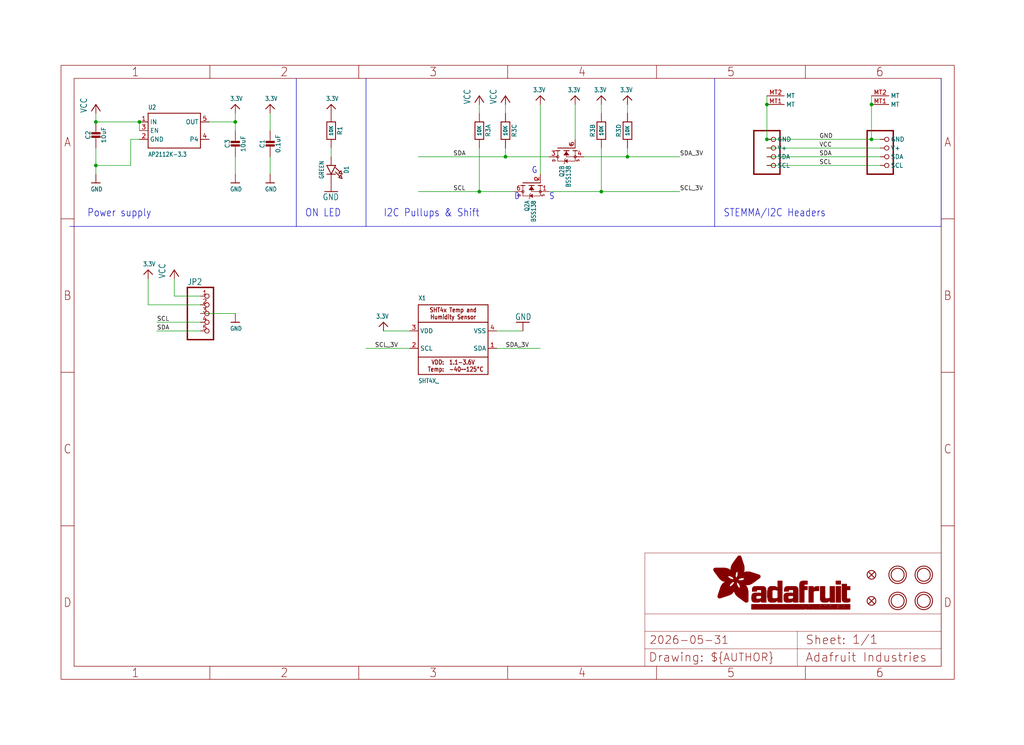
<source format=kicad_sch>
(kicad_sch (version 20230121) (generator eeschema)
  (paper "User" 298.45 217.322)
  (lib_symbols
    (symbol "working-eagle-import:3.3V" (power)
      (property "Value" "3.3V" (at -1.524 1.016 0))
      (symbol "3.3V_1_0"
        (pin power_in line (at 0 -2.54 90) (length 2.54) (name "3.3V") (number "1"))
      )
    )
    (symbol "working-eagle-import:CAP_CERAMIC0603_NO"
      (property "Reference" "C" (at -2.29 1.25 90))
      (symbol "CAP_CERAMIC0603_NO_1_0"
        (pin passive line (at 0 5.08 270) (length 2.54) (name "1") (number "1"))
        (pin passive line (at 0 -2.54 90) (length 2.54) (name "2") (number "2"))
      )
    )
    (symbol "working-eagle-import:CAP_CERAMIC0805-NOOUTLINE"
      (property "Reference" "C" (at -2.29 1.25 90))
      (symbol "CAP_CERAMIC0805-NOOUTLINE_1_0"
        (pin passive line (at 0 5.08 270) (length 2.54) (name "1") (number "1"))
        (pin passive line (at 0 -2.54 90) (length 2.54) (name "2") (number "2"))
      )
    )
    (symbol "working-eagle-import:FIDUCIAL_1MM")
    (symbol "working-eagle-import:FRAME_A4_ADAFRUIT"
      (symbol "FRAME_A4_ADAFRUIT_1_0"
        (text "${#}/${##}" (at 230.505 10.16 0) (effects (font (size 2.54 2.54)) (justify left bottom)))
        (text "${AUTHOR}" (at 189.23 5.08 0) (effects (font (size 2.286 2.286)) (justify left bottom)))
        (text "${CURRENT_DATE}" (at 171.45 10.16 0) (effects (font (size 2.286 2.286)) (justify left bottom)))
        (text "${PROJECTNAME}" (at 171.45 15.24 0) (effects (font (size 2.54 2.54)) (justify left bottom)))
        (text "1" (at 21.6958 1.905 0) (effects (font (size 2.54 2.286))))
        (text "1" (at 21.6958 177.165 0) (effects (font (size 2.54 2.286))))
        (text "2" (at 65.0875 1.905 0) (effects (font (size 2.54 2.286))))
        (text "2" (at 65.0875 177.165 0) (effects (font (size 2.54 2.286))))
        (text "3" (at 108.4792 1.905 0) (effects (font (size 2.54 2.286))))
        (text "3" (at 108.4792 177.165 0) (effects (font (size 2.54 2.286))))
        (text "4" (at 151.8708 1.905 0) (effects (font (size 2.54 2.286))))
        (text "4" (at 151.8708 177.165 0) (effects (font (size 2.54 2.286))))
        (text "5" (at 195.2625 1.905 0) (effects (font (size 2.54 2.286))))
        (text "5" (at 195.2625 177.165 0) (effects (font (size 2.54 2.286))))
        (text "6" (at 238.6542 1.905 0) (effects (font (size 2.54 2.286))))
        (text "6" (at 238.6542 177.165 0) (effects (font (size 2.54 2.286))))
        (text "A" (at 1.905 156.6863 0) (effects (font (size 2.54 2.286))))
        (text "A" (at 258.445 156.6863 0) (effects (font (size 2.54 2.286))))
        (text "Adafruit Industries" (at 216.916 4.953 0) (effects (font (size 2.54 2.54)) (justify left bottom)))
        (text "B" (at 1.905 111.9188 0) (effects (font (size 2.54 2.286))))
        (text "B" (at 258.445 111.9188 0) (effects (font (size 2.54 2.286))))
        (text "C" (at 1.905 67.1513 0) (effects (font (size 2.54 2.286))))
        (text "C" (at 258.445 67.1513 0) (effects (font (size 2.54 2.286))))
        (text "D" (at 1.905 22.3838 0) (effects (font (size 2.54 2.286))))
        (text "D" (at 258.445 22.3838 0) (effects (font (size 2.54 2.286))))
        (text "Drawing:" (at 171.196 4.953 0) (effects (font (size 2.54 2.54)) (justify left bottom)))
        (text "Sheet:" (at 216.916 10.033 0) (effects (font (size 2.54 2.54)) (justify left bottom)))
      )
    )
    (symbol "working-eagle-import:GND" (power)
      (property "Value" "GND" (at -1.524 -2.54 0))
      (symbol "GND_1_0"
        (pin power_in line (at 0 2.54 270) (length 2.54) (name "GND") (number "1"))
      )
    )
    (symbol "working-eagle-import:HEADER-1X570MIL"
      (property "Reference" "JP" (at -6.35 8.255 0))
      (symbol "HEADER-1X570MIL_1_0"
        (pin passive inverted (at -2.54 5.08 0) (length 2.54) (name "1") (number "1"))
        (pin passive inverted (at -2.54 2.54 0) (length 2.54) (name "2") (number "2"))
        (pin passive inverted (at -2.54 0 0) (length 2.54) (name "3") (number "3"))
        (pin passive inverted (at -2.54 -2.54 0) (length 2.54) (name "4") (number "4"))
        (pin passive inverted (at -2.54 -5.08 0) (length 2.54) (name "5") (number "5"))
      )
    )
    (symbol "working-eagle-import:LED0603_NOOUTLINE"
      (property "Reference" "D" (at -1.27 4.445 0))
      (symbol "LED0603_NOOUTLINE_1_0"
        (pin passive line (at -5.08 0 0) (length 2.54) (name "A") (number "A"))
        (pin passive line (at 2.54 0 180) (length 2.54) (name "C") (number "C"))
      )
    )
    (symbol "working-eagle-import:MOSFET-N_DUAL"
      (property "Reference" "Q" (at 5.08 0.635 0))
      (symbol "MOSFET-N_DUAL_1_0"
        (text "D" (at 3.175 3.175 0) (effects (font (size 0.8128 0.6908)) (justify left bottom)))
        (text "G" (at -1.27 -1.905 0) (effects (font (size 0.8128 0.6908)) (justify left bottom)))
        (text "S" (at 3.175 -3.81 0) (effects (font (size 0.8128 0.6908)) (justify left bottom)))
        (pin bidirectional line (at 2.54 -5.08 90) (length 2.54) (name "S") (number "1"))
        (pin bidirectional line (at -2.54 -2.54 0) (length 2.54) (name "G") (number "2"))
        (pin bidirectional line (at 2.54 5.08 270) (length 2.54) (name "D") (number "6"))
      )
      (symbol "MOSFET-N_DUAL_2_0"
        (text "D" (at 3.175 3.175 0) (effects (font (size 0.8128 0.6908)) (justify left bottom)))
        (text "G" (at -1.27 -1.905 0) (effects (font (size 0.8128 0.6908)) (justify left bottom)))
        (text "S" (at 3.175 -3.81 0) (effects (font (size 0.8128 0.6908)) (justify left bottom)))
        (pin bidirectional line (at 2.54 5.08 270) (length 2.54) (name "D") (number "3"))
        (pin bidirectional line (at 2.54 -5.08 90) (length 2.54) (name "S") (number "4"))
        (pin bidirectional line (at -2.54 -2.54 0) (length 2.54) (name "G") (number "5"))
      )
    )
    (symbol "working-eagle-import:MOUNTINGHOLE2.5")
    (symbol "working-eagle-import:RESISTOR_0603_NOOUT"
      (property "Reference" "R" (at 0 2.54 0))
      (symbol "RESISTOR_0603_NOOUT_1_0"
        (pin passive line (at -5.08 0 0) (length 2.54) (name "1") (number "1"))
        (pin passive line (at 5.08 0 180) (length 2.54) (name "2") (number "2"))
      )
    )
    (symbol "working-eagle-import:RESISTOR_4PACK"
      (property "Reference" "R" (at 0 2.54 0))
      (symbol "RESISTOR_4PACK_1_0"
        (pin passive line (at -5.08 0 0) (length 2.54) (name "1") (number "1"))
        (pin passive line (at 5.08 0 180) (length 2.54) (name "2") (number "8"))
      )
      (symbol "RESISTOR_4PACK_2_0"
        (pin passive line (at -5.08 0 0) (length 2.54) (name "1") (number "2"))
        (pin passive line (at 5.08 0 180) (length 2.54) (name "2") (number "7"))
      )
      (symbol "RESISTOR_4PACK_3_0"
        (pin passive line (at -5.08 0 0) (length 2.54) (name "1") (number "3"))
        (pin passive line (at 5.08 0 180) (length 2.54) (name "2") (number "6"))
      )
      (symbol "RESISTOR_4PACK_4_0"
        (pin passive line (at -5.08 0 0) (length 2.54) (name "1") (number "4"))
        (pin passive line (at 5.08 0 180) (length 2.54) (name "2") (number "5"))
      )
    )
    (symbol "working-eagle-import:SHT4X_"
      (property "Reference" "X" (at -10.16 11.43 0))
      (symbol "SHT4X__1_0"
        (text "1.1-3.6V\n-40~~125°C" (at -1.27 -7.62 0) (effects (font (size 1.27 1.0795) (thickness 0.2159) bold) (justify left)))
        (text "SHT4x Temp and\nHumidity Sensor" (at 0 7.62 0) (effects (font (size 1.27 1.0795) (thickness 0.2159) bold)))
        (text "VDD:\nTemp:" (at -2.54 -7.62 0) (effects (font (size 1.27 1.0795) (thickness 0.2159) bold) (justify right)))
        (pin bidirectional line (at 12.7 -2.54 180) (length 2.54) (name "SDA") (number "1"))
        (pin bidirectional line (at -12.7 -2.54 0) (length 2.54) (name "SCL") (number "2"))
        (pin power_in line (at -12.7 2.54 0) (length 2.54) (name "VDD") (number "3"))
        (pin power_in line (at 12.7 2.54 180) (length 2.54) (name "VSS") (number "4"))
      )
    )
    (symbol "working-eagle-import:STEMMA_I2C_QT"
      (symbol "STEMMA_I2C_QT_1_0"
        (pin passive inverted (at 0 5.08 0) (length 2.54) (name "GND") (number "1"))
        (pin passive inverted (at 0 2.54 0) (length 2.54) (name "V+") (number "2"))
        (pin passive inverted (at 0 0 0) (length 2.54) (name "SDA") (number "3"))
        (pin passive inverted (at 0 -2.54 0) (length 2.54) (name "SCL") (number "4"))
      )
      (symbol "STEMMA_I2C_QT_2_0"
        (pin bidirectional line (at 0 0 0) (length 5.08) (name "MT") (number "MT1"))
      )
      (symbol "STEMMA_I2C_QT_3_0"
        (pin bidirectional line (at 0 0 0) (length 5.08) (name "MT") (number "MT2"))
      )
    )
    (symbol "working-eagle-import:VCC" (power)
      (property "Value" "VCC" (at -2.54 -2.54 90))
      (symbol "VCC_1_0"
        (pin power_in line (at 0 -2.54 90) (length 2.54) (name "VCC") (number "1"))
      )
    )
    (symbol "working-eagle-import:VREG_SOT23-5"
      (property "Reference" "U" (at -7.62 6.096 0))
      (symbol "VREG_SOT23-5_1_0"
        (pin power_in line (at -10.16 2.54 0) (length 2.54) (name "IN") (number "1"))
        (pin power_in line (at -10.16 -2.54 0) (length 2.54) (name "GND") (number "2"))
        (pin input line (at -10.16 0 0) (length 2.54) (name "EN") (number "3"))
        (pin bidirectional line (at 10.16 -2.54 180) (length 2.54) (name "P4") (number "4"))
        (pin power_in line (at 10.16 2.54 180) (length 2.54) (name "OUT") (number "5"))
      )
    )
    (symbol "working-eagle-import:supply1_GND" (power)
      (property "Value" "supply1_GND" (at -2.54 -2.54 0))
      (symbol "supply1_GND_1_0"
        (pin power_in line (at 0 2.54 270) (length 2.54) (name "GND") (number "1"))
      )
    )
  )
  (junction (at 68.58 35.56))
  (junction (at 27.94 35.56))
  (junction (at 27.94 48.26))
  (junction (at 223.52 40.64))
  (junction (at 254 30.48))
  (junction (at 254 40.64))
  (junction (at 40.64 35.56))
  (junction (at 175.26 55.88))
  (junction (at 147.32 45.72))
  (junction (at 223.52 30.48))
  (junction (at 139.7 55.88))
  (junction (at 182.88 45.72))
  (wire (pts (xy 27.94 33.02) (xy 27.94 35.56)) (stroke (width 0.1524)))
  (wire (pts (xy 58.42 91.44) (xy 68.58 91.44)) (stroke (width 0.1524)))
  (polyline (pts (xy 86.36 66.04) (xy 106.68 66.04)) (stroke (width 0.1524) (type solid)))
  (wire (pts (xy 43.18 88.9) (xy 43.18 81.28)) (stroke (width 0.1524)))
  (polyline (pts (xy 208.28 66.04) (xy 274.32 66.04)) (stroke (width 0.1524) (type solid)))
  (wire (pts (xy 182.88 43.18) (xy 182.88 45.72)) (stroke (width 0.1524)))
  (wire (pts (xy 58.42 93.98) (xy 45.72 93.98)) (stroke (width 0.1524)))
  (wire (pts (xy 139.7 43.18) (xy 139.7 55.88)) (stroke (width 0.1524)))
  (wire (pts (xy 50.8 86.36) (xy 50.8 81.28)) (stroke (width 0.1524)))
  (wire (pts (xy 223.52 30.48) (xy 223.52 40.64)) (stroke (width 0.1524)))
  (polyline (pts (xy 274.32 22.86) (xy 274.32 66.04)) (stroke (width 0.1524) (type solid)))
  (wire (pts (xy 40.64 35.56) (xy 27.94 35.56)) (stroke (width 0.1524)))
  (wire (pts (xy 78.74 45.72) (xy 78.74 50.8)) (stroke (width 0.1524)))
  (wire (pts (xy 68.58 45.72) (xy 68.58 50.8)) (stroke (width 0.1524)))
  (wire (pts (xy 38.1 40.64) (xy 38.1 48.26)) (stroke (width 0.1524)))
  (polyline (pts (xy 208.28 22.86) (xy 208.28 66.04)) (stroke (width 0.1524) (type solid)))
  (polyline (pts (xy 106.68 22.86) (xy 106.68 66.04)) (stroke (width 0.1524) (type solid)))
  (wire (pts (xy 27.94 48.26) (xy 27.94 43.18)) (stroke (width 0.1524)))
  (wire (pts (xy 144.78 101.6) (xy 157.48 101.6)) (stroke (width 0.1524)))
  (wire (pts (xy 256.54 45.72) (xy 223.52 45.72)) (stroke (width 0.1524)))
  (wire (pts (xy 160.02 55.88) (xy 175.26 55.88)) (stroke (width 0.1524)))
  (wire (pts (xy 149.86 55.88) (xy 139.7 55.88)) (stroke (width 0.1524)))
  (wire (pts (xy 147.32 43.18) (xy 147.32 45.72)) (stroke (width 0.1524)))
  (wire (pts (xy 223.52 43.18) (xy 256.54 43.18)) (stroke (width 0.1524)))
  (wire (pts (xy 175.26 33.02) (xy 175.26 30.48)) (stroke (width 0.1524)))
  (polyline (pts (xy 86.36 22.86) (xy 86.36 66.04)) (stroke (width 0.1524) (type solid)))
  (polyline (pts (xy 20.32 66.04) (xy 86.36 66.04)) (stroke (width 0.1524) (type solid)))
  (wire (pts (xy 254 27.94) (xy 254 30.48)) (stroke (width 0.1524)))
  (wire (pts (xy 147.32 45.72) (xy 121.92 45.72)) (stroke (width 0.1524)))
  (wire (pts (xy 147.32 33.02) (xy 147.32 30.48)) (stroke (width 0.1524)))
  (wire (pts (xy 111.76 96.52) (xy 119.38 96.52)) (stroke (width 0.1524)))
  (wire (pts (xy 223.52 27.94) (xy 223.52 30.48)) (stroke (width 0.1524)))
  (wire (pts (xy 256.54 40.64) (xy 254 40.64)) (stroke (width 0.1524)))
  (wire (pts (xy 160.02 45.72) (xy 147.32 45.72)) (stroke (width 0.1524)))
  (wire (pts (xy 119.38 101.6) (xy 106.68 101.6)) (stroke (width 0.1524)))
  (wire (pts (xy 223.52 48.26) (xy 256.54 48.26)) (stroke (width 0.1524)))
  (wire (pts (xy 60.96 35.56) (xy 68.58 35.56)) (stroke (width 0.1524)))
  (wire (pts (xy 27.94 48.26) (xy 27.94 50.8)) (stroke (width 0.1524)))
  (wire (pts (xy 58.42 86.36) (xy 50.8 86.36)) (stroke (width 0.1524)))
  (wire (pts (xy 175.26 55.88) (xy 198.12 55.88)) (stroke (width 0.1524)))
  (wire (pts (xy 40.64 38.1) (xy 40.64 35.56)) (stroke (width 0.1524)))
  (wire (pts (xy 58.42 96.52) (xy 45.72 96.52)) (stroke (width 0.1524)))
  (polyline (pts (xy 106.68 66.04) (xy 208.28 66.04)) (stroke (width 0.1524) (type solid)))
  (wire (pts (xy 254 40.64) (xy 223.52 40.64)) (stroke (width 0.1524)))
  (wire (pts (xy 157.48 50.8) (xy 157.48 30.48)) (stroke (width 0.1524)))
  (wire (pts (xy 152.4 96.52) (xy 144.78 96.52)) (stroke (width 0.1524)))
  (wire (pts (xy 170.18 45.72) (xy 182.88 45.72)) (stroke (width 0.1524)))
  (wire (pts (xy 254 30.48) (xy 254 40.64)) (stroke (width 0.1524)))
  (wire (pts (xy 96.52 45.72) (xy 96.52 43.18)) (stroke (width 0.1524)))
  (wire (pts (xy 68.58 35.56) (xy 68.58 38.1)) (stroke (width 0.1524)))
  (wire (pts (xy 58.42 88.9) (xy 43.18 88.9)) (stroke (width 0.1524)))
  (wire (pts (xy 78.74 33.02) (xy 78.74 38.1)) (stroke (width 0.1524)))
  (wire (pts (xy 167.64 40.64) (xy 167.64 30.48)) (stroke (width 0.1524)))
  (wire (pts (xy 182.88 33.02) (xy 182.88 30.48)) (stroke (width 0.1524)))
  (wire (pts (xy 38.1 48.26) (xy 27.94 48.26)) (stroke (width 0.1524)))
  (wire (pts (xy 139.7 55.88) (xy 121.92 55.88)) (stroke (width 0.1524)))
  (wire (pts (xy 68.58 35.56) (xy 68.58 33.02)) (stroke (width 0.1524)))
  (wire (pts (xy 139.7 30.48) (xy 139.7 33.02)) (stroke (width 0.1524)))
  (wire (pts (xy 40.64 40.64) (xy 38.1 40.64)) (stroke (width 0.1524)))
  (wire (pts (xy 182.88 45.72) (xy 198.12 45.72)) (stroke (width 0.1524)))
  (wire (pts (xy 175.26 43.18) (xy 175.26 55.88)) (stroke (width 0.1524)))
  (text "D" (at 149.86 58.42 0) (effects (font (size 1.778 1.5113)) (justify left bottom)))
  (text "S" (at 160.02 58.42 0) (effects (font (size 1.778 1.5113)) (justify left bottom)))
  (text "STEMMA/I2C Headers" (at 210.82 63.5 0) (effects (font (size 2.1844 1.8567)) (justify left bottom)))
  (text "I2C Pullups & Shift" (at 111.76 63.5 0) (effects (font (size 2.1844 1.8567)) (justify left bottom)))
  (text "Power supply" (at 25.4 63.5 0) (effects (font (size 2.1844 1.8567)) (justify left bottom)))
  (text "ON LED" (at 88.9 63.5 0) (effects (font (size 2.1844 1.8567)) (justify left bottom)))
  (text "G" (at 154.94 50.8 0) (effects (font (size 1.778 1.5113)) (justify left bottom)))
  (label "SDA" (at 132.08 45.72 0) (effects (font (size 1.2446 1.2446))))
  (label "SCL" (at 238.76 48.26 0) (effects (font (size 1.2446 1.2446))))
  (label "SDA" (at 45.72 96.52 0) (effects (font (size 1.2446 1.2446))))
  (label "SCL" (at 132.08 55.88 0) (effects (font (size 1.2446 1.2446))))
  (label "VCC" (at 238.76 43.18 0) (effects (font (size 1.2446 1.2446))))
  (label "SCL_3V" (at 198.12 55.88 0) (effects (font (size 1.2446 1.2446))))
  (label "GND" (at 238.76 40.64 0) (effects (font (size 1.2446 1.2446))))
  (label "SCL_3V" (at 109.22 101.6 0) (effects (font (size 1.2446 1.2446))))
  (label "SDA_3V" (at 147.32 101.6 0) (effects (font (size 1.2446 1.2446))))
  (label "SDA_3V" (at 198.12 45.72 0) (effects (font (size 1.2446 1.2446))))
  (label "SCL" (at 45.72 93.98 0) (effects (font (size 1.2446 1.2446))))
  (label "SDA" (at 238.76 45.72 0) (effects (font (size 1.2446 1.2446))))
  (symbol (lib_id "working-eagle-import:3.3V") (at 167.64 27.94 0) (mirror y) (unit 1)
    (property "Reference" "#U$23" (effects hide))
    (property "Value" "3.3V" (at 169.164 26.924 0) (effects (font (size 1.27 1.0795)) (justify left bottom)))
  )
  (symbol (lib_id "working-eagle-import:FIDUCIAL_1MM") (at 254 175.26 0) (unit 1)
    (property "Reference" "FID3" (effects hide))
    (property "Value" "FIDUCIAL_1MM" (effects hide))
    (property "Footprint" "working:FIDUCIAL_1MM" (effects hide))
  )
  (symbol (lib_id "working-eagle-import:supply1_GND") (at 96.52 55.88 0) (unit 1)
    (property "Reference" "#GND6" (effects hide))
    (property "Value" "GND" (at 93.98 58.42 0) (effects (font (size 1.778 1.5113)) (justify left bottom)))
  )
  (symbol (lib_id "working-eagle-import:STEMMA_I2C_QT") (at 254 30.48 0) (unit 2)
    (property "Reference" "CONN4" (effects hide))
    (property "Value" "STEMMA_I2C_QT" (effects hide))
    (property "Footprint" "working:JST_SH4" (effects hide))
  )
  (symbol (lib_id "working-eagle-import:GND") (at 78.74 53.34 0) (unit 1)
    (property "Reference" "#U$6" (effects hide))
    (property "Value" "GND" (at 77.216 55.88 0) (effects (font (size 1.27 1.0795)) (justify left bottom)))
  )
  (symbol (lib_id "working-eagle-import:MOUNTINGHOLE2.5") (at 269.24 175.26 0) (unit 1)
    (property "Reference" "U$21" (effects hide))
    (property "Value" "MOUNTINGHOLE2.5" (effects hide))
    (property "Footprint" "working:MOUNTINGHOLE_2.5_PLATED" (effects hide))
  )
  (symbol (lib_id "working-eagle-import:STEMMA_I2C_QT") (at 223.52 30.48 0) (unit 2)
    (property "Reference" "CONN3" (effects hide))
    (property "Value" "STEMMA_I2C_QT" (effects hide))
    (property "Footprint" "working:JST_SH4" (effects hide))
  )
  (symbol (lib_id "working-eagle-import:RESISTOR_4PACK") (at 182.88 38.1 90) (mirror x) (unit 4)
    (property "Reference" "R3" (at 180.34 38.1 0))
    (property "Value" "10K" (at 182.88 38.1 0) (effects (font (size 1.016 1.016) bold)))
    (property "Footprint" "working:RESPACK_4X0603" (effects hide))
  )
  (symbol (lib_id "working-eagle-import:CAP_CERAMIC0805-NOOUTLINE") (at 27.94 40.64 0) (unit 1)
    (property "Reference" "C2" (at 25.65 39.39 90))
    (property "Value" "10uF" (at 30.24 39.39 90))
    (property "Footprint" "working:0805-NO" (effects hide))
  )
  (symbol (lib_id "working-eagle-import:FIDUCIAL_1MM") (at 254 167.64 0) (unit 1)
    (property "Reference" "FID4" (effects hide))
    (property "Value" "FIDUCIAL_1MM" (effects hide))
    (property "Footprint" "working:FIDUCIAL_1MM" (effects hide))
  )
  (symbol (lib_id "working-eagle-import:CAP_CERAMIC0603_NO") (at 78.74 43.18 0) (unit 1)
    (property "Reference" "C1" (at 76.45 41.93 90))
    (property "Value" "0.1uF" (at 81.04 41.93 90))
    (property "Footprint" "working:0603-NO" (effects hide))
  )
  (symbol (lib_id "working-eagle-import:3.3V") (at 182.88 27.94 0) (mirror y) (unit 1)
    (property "Reference" "#U$7" (effects hide))
    (property "Value" "3.3V" (at 184.404 26.924 0) (effects (font (size 1.27 1.0795)) (justify left bottom)))
  )
  (symbol (lib_id "working-eagle-import:3.3V") (at 68.58 30.48 0) (unit 1)
    (property "Reference" "#U$15" (effects hide))
    (property "Value" "3.3V" (at 67.056 29.464 0) (effects (font (size 1.27 1.0795)) (justify left bottom)))
  )
  (symbol (lib_id "working-eagle-import:3.3V") (at 43.18 78.74 0) (unit 1)
    (property "Reference" "#U$16" (effects hide))
    (property "Value" "3.3V" (at 41.656 77.724 0) (effects (font (size 1.27 1.0795)) (justify left bottom)))
  )
  (symbol (lib_id "working-eagle-import:HEADER-1X570MIL") (at 60.96 91.44 0) (unit 1)
    (property "Reference" "JP2" (at 54.61 83.185 0) (effects (font (size 1.778 1.5113)) (justify left bottom)))
    (property "Value" "HEADER-1X570MIL" (effects hide))
    (property "Footprint" "working:1X05_ROUND_70" (effects hide))
  )
  (symbol (lib_id "working-eagle-import:MOSFET-N_DUAL") (at 154.94 53.34 90) (mirror x) (unit 1)
    (property "Reference" "Q2" (at 154.305 58.42 0) (effects (font (size 1.27 1.0795)) (justify left bottom)))
    (property "Value" "BSS138" (at 156.21 58.42 0) (effects (font (size 1.27 1.0795)) (justify left bottom)))
    (property "Footprint" "working:SOT363" (effects hide))
  )
  (symbol (lib_id "working-eagle-import:VCC") (at 147.32 27.94 0) (unit 1)
    (property "Reference" "#P+2" (effects hide))
    (property "Value" "VCC" (at 144.78 30.48 90) (effects (font (size 1.778 1.5113)) (justify left bottom)))
  )
  (symbol (lib_id "working-eagle-import:GND") (at 68.58 93.98 0) (unit 1)
    (property "Reference" "#U$10" (effects hide))
    (property "Value" "GND" (at 67.056 96.52 0) (effects (font (size 1.27 1.0795)) (justify left bottom)))
  )
  (symbol (lib_id "working-eagle-import:3.3V") (at 111.76 93.98 0) (mirror y) (unit 1)
    (property "Reference" "#U$2" (effects hide))
    (property "Value" "3.3V" (at 113.284 92.964 0) (effects (font (size 1.27 1.0795)) (justify left bottom)))
  )
  (symbol (lib_id "working-eagle-import:MOUNTINGHOLE2.5") (at 261.62 167.64 0) (unit 1)
    (property "Reference" "U$17" (effects hide))
    (property "Value" "MOUNTINGHOLE2.5" (effects hide))
    (property "Footprint" "working:MOUNTINGHOLE_2.5_PLATED" (effects hide))
  )
  (symbol (lib_id "working-eagle-import:FRAME_A4_ADAFRUIT") (at 17.78 198.12 0) (unit 1)
    (property "Reference" "#U$18" (effects hide))
    (property "Value" "FRAME_A4_ADAFRUIT" (effects hide))
  )
  (symbol (lib_id "working-eagle-import:3.3V") (at 157.48 27.94 0) (mirror y) (unit 1)
    (property "Reference" "#U$26" (effects hide))
    (property "Value" "3.3V" (at 159.004 26.924 0) (effects (font (size 1.27 1.0795)) (justify left bottom)))
  )
  (symbol (lib_id "working-eagle-import:RESISTOR_4PACK") (at 175.26 38.1 90) (mirror x) (unit 2)
    (property "Reference" "R3" (at 172.72 38.1 0))
    (property "Value" "10K" (at 175.26 38.1 0) (effects (font (size 1.016 1.016) bold)))
    (property "Footprint" "working:RESPACK_4X0603" (effects hide))
  )
  (symbol (lib_id "working-eagle-import:GND") (at 27.94 53.34 0) (unit 1)
    (property "Reference" "#U$13" (effects hide))
    (property "Value" "GND" (at 26.416 55.88 0) (effects (font (size 1.27 1.0795)) (justify left bottom)))
  )
  (symbol (lib_id "working-eagle-import:GND") (at 68.58 53.34 0) (unit 1)
    (property "Reference" "#U$5" (effects hide))
    (property "Value" "GND" (at 67.056 55.88 0) (effects (font (size 1.27 1.0795)) (justify left bottom)))
  )
  (symbol (lib_id "working-eagle-import:RESISTOR_4PACK") (at 139.7 38.1 270) (unit 1)
    (property "Reference" "R3" (at 142.24 38.1 0))
    (property "Value" "10K" (at 139.7 38.1 0) (effects (font (size 1.016 1.016) bold)))
    (property "Footprint" "working:RESPACK_4X0603" (effects hide))
  )
  (symbol (lib_id "working-eagle-import:SHT4X_") (at 132.08 99.06 0) (unit 1)
    (property "Reference" "X1" (at 121.92 87.63 0) (effects (font (size 1.27 1.0795)) (justify left bottom)))
    (property "Value" "SHT4X_" (at 121.92 111.76 0) (effects (font (size 1.27 1.0795)) (justify left bottom)))
    (property "Footprint" "working:SHT4X" (effects hide))
  )
  (symbol (lib_id "working-eagle-import:STEMMA_I2C_QT") (at 223.52 45.72 0) (unit 1)
    (property "Reference" "CONN3" (effects hide))
    (property "Value" "STEMMA_I2C_QT" (effects hide))
    (property "Footprint" "working:JST_SH4" (effects hide))
  )
  (symbol (lib_id "working-eagle-import:supply1_GND") (at 152.4 93.98 180) (unit 1)
    (property "Reference" "#GND1" (effects hide))
    (property "Value" "GND" (at 154.94 91.44 0) (effects (font (size 1.778 1.5113)) (justify left bottom)))
  )
  (symbol (lib_id "working-eagle-import:MOUNTINGHOLE2.5") (at 269.24 167.64 0) (unit 1)
    (property "Reference" "U$19" (effects hide))
    (property "Value" "MOUNTINGHOLE2.5" (effects hide))
    (property "Footprint" "working:MOUNTINGHOLE_2.5_PLATED" (effects hide))
  )
  (symbol (lib_id "working-eagle-import:3.3V") (at 96.52 30.48 0) (unit 1)
    (property "Reference" "#U$3" (effects hide))
    (property "Value" "3.3V" (at 94.996 29.464 0) (effects (font (size 1.27 1.0795)) (justify left bottom)))
  )
  (symbol (lib_id "working-eagle-import:STEMMA_I2C_QT") (at 254 27.94 0) (unit 3)
    (property "Reference" "CONN4" (effects hide))
    (property "Value" "STEMMA_I2C_QT" (effects hide))
    (property "Footprint" "working:JST_SH4" (effects hide))
  )
  (symbol (lib_id "working-eagle-import:MOSFET-N_DUAL") (at 165.1 43.18 90) (mirror x) (unit 2)
    (property "Reference" "Q2" (at 164.465 48.26 0) (effects (font (size 1.27 1.0795)) (justify left bottom)))
    (property "Value" "BSS138" (at 166.37 48.26 0) (effects (font (size 1.27 1.0795)) (justify left bottom)))
    (property "Footprint" "working:SOT363" (effects hide))
  )
  (symbol (lib_id "working-eagle-import:VCC") (at 27.94 30.48 0) (unit 1)
    (property "Reference" "#P+3" (effects hide))
    (property "Value" "VCC" (at 25.4 33.02 90) (effects (font (size 1.778 1.5113)) (justify left bottom)))
  )
  (symbol (lib_id "working-eagle-import:STEMMA_I2C_QT") (at 256.54 45.72 0) (unit 1)
    (property "Reference" "CONN4" (effects hide))
    (property "Value" "STEMMA_I2C_QT" (effects hide))
    (property "Footprint" "working:JST_SH4" (effects hide))
  )
  (symbol (lib_id "working-eagle-import:STEMMA_I2C_QT") (at 223.52 27.94 0) (unit 3)
    (property "Reference" "CONN3" (effects hide))
    (property "Value" "STEMMA_I2C_QT" (effects hide))
    (property "Footprint" "working:JST_SH4" (effects hide))
  )
  (symbol (lib_id "working-eagle-import:3.3V") (at 78.74 30.48 0) (unit 1)
    (property "Reference" "#U$14" (effects hide))
    (property "Value" "3.3V" (at 77.216 29.464 0) (effects (font (size 1.27 1.0795)) (justify left bottom)))
  )
  (symbol (lib_id "working-eagle-import:MOUNTINGHOLE2.5") (at 261.62 175.26 0) (unit 1)
    (property "Reference" "U$1" (effects hide))
    (property "Value" "MOUNTINGHOLE2.5" (effects hide))
    (property "Footprint" "working:MOUNTINGHOLE_2.5_PLATED" (effects hide))
  )
  (symbol (lib_id "working-eagle-import:VCC") (at 139.7 27.94 0) (unit 1)
    (property "Reference" "#P+1" (effects hide))
    (property "Value" "VCC" (at 137.16 30.48 90) (effects (font (size 1.778 1.5113)) (justify left bottom)))
  )
  (symbol (lib_id "working-eagle-import:VCC") (at 50.8 78.74 0) (unit 1)
    (property "Reference" "#P+4" (effects hide))
    (property "Value" "VCC" (at 48.26 81.28 90) (effects (font (size 1.778 1.5113)) (justify left bottom)))
  )
  (symbol (lib_id "working-eagle-import:CAP_CERAMIC0805-NOOUTLINE") (at 68.58 43.18 0) (unit 1)
    (property "Reference" "C3" (at 66.29 41.93 90))
    (property "Value" "10uF" (at 70.88 41.93 90))
    (property "Footprint" "working:0805-NO" (effects hide))
  )
  (symbol (lib_id "working-eagle-import:VREG_SOT23-5") (at 50.8 38.1 0) (unit 1)
    (property "Reference" "U2" (at 43.18 32.004 0) (effects (font (size 1.27 1.0795)) (justify left bottom)))
    (property "Value" "AP2112K-3.3" (at 43.18 45.72 0) (effects (font (size 1.27 1.0795)) (justify left bottom)))
    (property "Footprint" "working:SOT23-5" (effects hide))
  )
  (symbol (lib_id "working-eagle-import:3.3V") (at 175.26 27.94 0) (mirror y) (unit 1)
    (property "Reference" "#U$24" (effects hide))
    (property "Value" "3.3V" (at 176.784 26.924 0) (effects (font (size 1.27 1.0795)) (justify left bottom)))
  )
  (symbol (lib_id "working-eagle-import:RESISTOR_0603_NOOUT") (at 96.52 38.1 270) (unit 1)
    (property "Reference" "R1" (at 99.06 38.1 0))
    (property "Value" "10K" (at 96.52 38.1 0) (effects (font (size 1.016 1.016) bold)))
    (property "Footprint" "working:0603-NO" (effects hide))
  )
  (symbol (lib_id "working-eagle-import:RESISTOR_4PACK") (at 147.32 38.1 270) (unit 3)
    (property "Reference" "R3" (at 149.86 38.1 0))
    (property "Value" "10K" (at 147.32 38.1 0) (effects (font (size 1.016 1.016) bold)))
    (property "Footprint" "working:RESPACK_4X0603" (effects hide))
  )
  (symbol (lib_id "working-eagle-import:LED0603_NOOUTLINE") (at 96.52 50.8 270) (unit 1)
    (property "Reference" "D1" (at 100.965 49.53 0) (effects (font (size 1.27 1.0795))))
    (property "Value" "GREEN" (at 93.726 49.53 0) (effects (font (size 1.27 1.0795))))
    (property "Footprint" "working:CHIPLED_0603_NOOUTLINE" (effects hide))
  )
)
</source>
